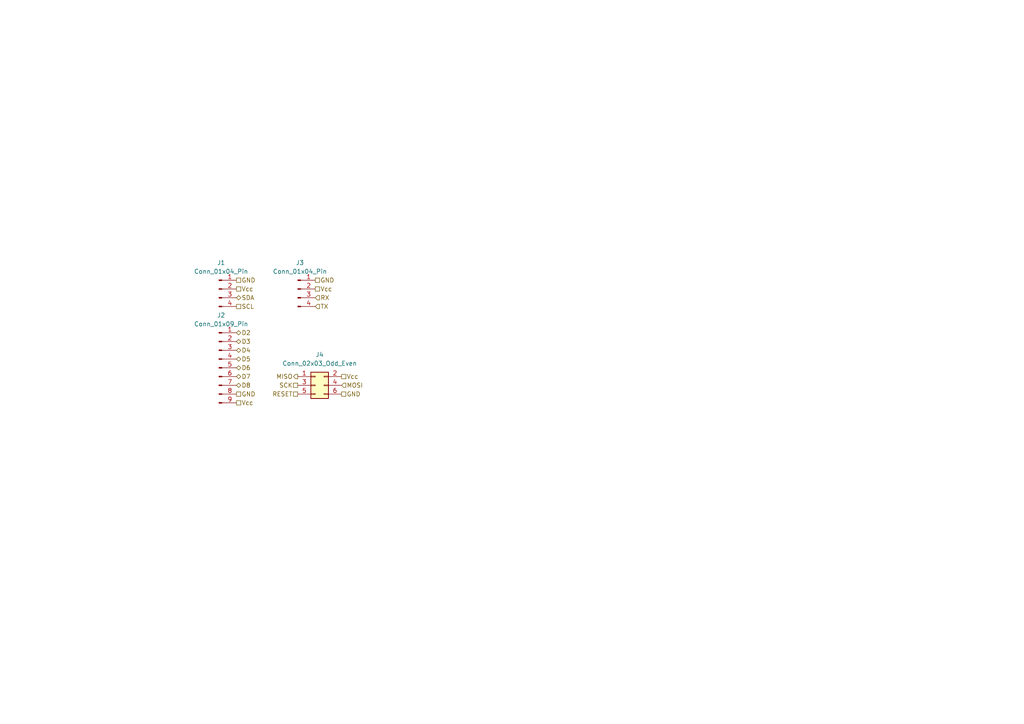
<source format=kicad_sch>
(kicad_sch
	(version 20250114)
	(generator "eeschema")
	(generator_version "9.0")
	(uuid "608cca51-4ed5-40a3-a94a-7822329ae8f3")
	(paper "A4")
	(lib_symbols
		(symbol "Connector:Conn_01x04_Pin"
			(pin_names
				(offset 1.016)
				(hide yes)
			)
			(exclude_from_sim no)
			(in_bom yes)
			(on_board yes)
			(property "Reference" "J"
				(at 0 5.08 0)
				(effects
					(font
						(size 1.27 1.27)
					)
				)
			)
			(property "Value" "Conn_01x04_Pin"
				(at 0 -7.62 0)
				(effects
					(font
						(size 1.27 1.27)
					)
				)
			)
			(property "Footprint" ""
				(at 0 0 0)
				(effects
					(font
						(size 1.27 1.27)
					)
					(hide yes)
				)
			)
			(property "Datasheet" "~"
				(at 0 0 0)
				(effects
					(font
						(size 1.27 1.27)
					)
					(hide yes)
				)
			)
			(property "Description" "Generic connector, single row, 01x04, script generated"
				(at 0 0 0)
				(effects
					(font
						(size 1.27 1.27)
					)
					(hide yes)
				)
			)
			(property "ki_locked" ""
				(at 0 0 0)
				(effects
					(font
						(size 1.27 1.27)
					)
				)
			)
			(property "ki_keywords" "connector"
				(at 0 0 0)
				(effects
					(font
						(size 1.27 1.27)
					)
					(hide yes)
				)
			)
			(property "ki_fp_filters" "Connector*:*_1x??_*"
				(at 0 0 0)
				(effects
					(font
						(size 1.27 1.27)
					)
					(hide yes)
				)
			)
			(symbol "Conn_01x04_Pin_1_1"
				(rectangle
					(start 0.8636 2.667)
					(end 0 2.413)
					(stroke
						(width 0.1524)
						(type default)
					)
					(fill
						(type outline)
					)
				)
				(rectangle
					(start 0.8636 0.127)
					(end 0 -0.127)
					(stroke
						(width 0.1524)
						(type default)
					)
					(fill
						(type outline)
					)
				)
				(rectangle
					(start 0.8636 -2.413)
					(end 0 -2.667)
					(stroke
						(width 0.1524)
						(type default)
					)
					(fill
						(type outline)
					)
				)
				(rectangle
					(start 0.8636 -4.953)
					(end 0 -5.207)
					(stroke
						(width 0.1524)
						(type default)
					)
					(fill
						(type outline)
					)
				)
				(polyline
					(pts
						(xy 1.27 2.54) (xy 0.8636 2.54)
					)
					(stroke
						(width 0.1524)
						(type default)
					)
					(fill
						(type none)
					)
				)
				(polyline
					(pts
						(xy 1.27 0) (xy 0.8636 0)
					)
					(stroke
						(width 0.1524)
						(type default)
					)
					(fill
						(type none)
					)
				)
				(polyline
					(pts
						(xy 1.27 -2.54) (xy 0.8636 -2.54)
					)
					(stroke
						(width 0.1524)
						(type default)
					)
					(fill
						(type none)
					)
				)
				(polyline
					(pts
						(xy 1.27 -5.08) (xy 0.8636 -5.08)
					)
					(stroke
						(width 0.1524)
						(type default)
					)
					(fill
						(type none)
					)
				)
				(pin passive line
					(at 5.08 2.54 180)
					(length 3.81)
					(name "Pin_1"
						(effects
							(font
								(size 1.27 1.27)
							)
						)
					)
					(number "1"
						(effects
							(font
								(size 1.27 1.27)
							)
						)
					)
				)
				(pin passive line
					(at 5.08 0 180)
					(length 3.81)
					(name "Pin_2"
						(effects
							(font
								(size 1.27 1.27)
							)
						)
					)
					(number "2"
						(effects
							(font
								(size 1.27 1.27)
							)
						)
					)
				)
				(pin passive line
					(at 5.08 -2.54 180)
					(length 3.81)
					(name "Pin_3"
						(effects
							(font
								(size 1.27 1.27)
							)
						)
					)
					(number "3"
						(effects
							(font
								(size 1.27 1.27)
							)
						)
					)
				)
				(pin passive line
					(at 5.08 -5.08 180)
					(length 3.81)
					(name "Pin_4"
						(effects
							(font
								(size 1.27 1.27)
							)
						)
					)
					(number "4"
						(effects
							(font
								(size 1.27 1.27)
							)
						)
					)
				)
			)
			(embedded_fonts no)
		)
		(symbol "Connector:Conn_01x09_Pin"
			(pin_names
				(offset 1.016)
				(hide yes)
			)
			(exclude_from_sim no)
			(in_bom yes)
			(on_board yes)
			(property "Reference" "J"
				(at 0 12.7 0)
				(effects
					(font
						(size 1.27 1.27)
					)
				)
			)
			(property "Value" "Conn_01x09_Pin"
				(at 0 -12.7 0)
				(effects
					(font
						(size 1.27 1.27)
					)
				)
			)
			(property "Footprint" ""
				(at 0 0 0)
				(effects
					(font
						(size 1.27 1.27)
					)
					(hide yes)
				)
			)
			(property "Datasheet" "~"
				(at 0 0 0)
				(effects
					(font
						(size 1.27 1.27)
					)
					(hide yes)
				)
			)
			(property "Description" "Generic connector, single row, 01x09, script generated"
				(at 0 0 0)
				(effects
					(font
						(size 1.27 1.27)
					)
					(hide yes)
				)
			)
			(property "ki_locked" ""
				(at 0 0 0)
				(effects
					(font
						(size 1.27 1.27)
					)
				)
			)
			(property "ki_keywords" "connector"
				(at 0 0 0)
				(effects
					(font
						(size 1.27 1.27)
					)
					(hide yes)
				)
			)
			(property "ki_fp_filters" "Connector*:*_1x??_*"
				(at 0 0 0)
				(effects
					(font
						(size 1.27 1.27)
					)
					(hide yes)
				)
			)
			(symbol "Conn_01x09_Pin_1_1"
				(rectangle
					(start 0.8636 10.287)
					(end 0 10.033)
					(stroke
						(width 0.1524)
						(type default)
					)
					(fill
						(type outline)
					)
				)
				(rectangle
					(start 0.8636 7.747)
					(end 0 7.493)
					(stroke
						(width 0.1524)
						(type default)
					)
					(fill
						(type outline)
					)
				)
				(rectangle
					(start 0.8636 5.207)
					(end 0 4.953)
					(stroke
						(width 0.1524)
						(type default)
					)
					(fill
						(type outline)
					)
				)
				(rectangle
					(start 0.8636 2.667)
					(end 0 2.413)
					(stroke
						(width 0.1524)
						(type default)
					)
					(fill
						(type outline)
					)
				)
				(rectangle
					(start 0.8636 0.127)
					(end 0 -0.127)
					(stroke
						(width 0.1524)
						(type default)
					)
					(fill
						(type outline)
					)
				)
				(rectangle
					(start 0.8636 -2.413)
					(end 0 -2.667)
					(stroke
						(width 0.1524)
						(type default)
					)
					(fill
						(type outline)
					)
				)
				(rectangle
					(start 0.8636 -4.953)
					(end 0 -5.207)
					(stroke
						(width 0.1524)
						(type default)
					)
					(fill
						(type outline)
					)
				)
				(rectangle
					(start 0.8636 -7.493)
					(end 0 -7.747)
					(stroke
						(width 0.1524)
						(type default)
					)
					(fill
						(type outline)
					)
				)
				(rectangle
					(start 0.8636 -10.033)
					(end 0 -10.287)
					(stroke
						(width 0.1524)
						(type default)
					)
					(fill
						(type outline)
					)
				)
				(polyline
					(pts
						(xy 1.27 10.16) (xy 0.8636 10.16)
					)
					(stroke
						(width 0.1524)
						(type default)
					)
					(fill
						(type none)
					)
				)
				(polyline
					(pts
						(xy 1.27 7.62) (xy 0.8636 7.62)
					)
					(stroke
						(width 0.1524)
						(type default)
					)
					(fill
						(type none)
					)
				)
				(polyline
					(pts
						(xy 1.27 5.08) (xy 0.8636 5.08)
					)
					(stroke
						(width 0.1524)
						(type default)
					)
					(fill
						(type none)
					)
				)
				(polyline
					(pts
						(xy 1.27 2.54) (xy 0.8636 2.54)
					)
					(stroke
						(width 0.1524)
						(type default)
					)
					(fill
						(type none)
					)
				)
				(polyline
					(pts
						(xy 1.27 0) (xy 0.8636 0)
					)
					(stroke
						(width 0.1524)
						(type default)
					)
					(fill
						(type none)
					)
				)
				(polyline
					(pts
						(xy 1.27 -2.54) (xy 0.8636 -2.54)
					)
					(stroke
						(width 0.1524)
						(type default)
					)
					(fill
						(type none)
					)
				)
				(polyline
					(pts
						(xy 1.27 -5.08) (xy 0.8636 -5.08)
					)
					(stroke
						(width 0.1524)
						(type default)
					)
					(fill
						(type none)
					)
				)
				(polyline
					(pts
						(xy 1.27 -7.62) (xy 0.8636 -7.62)
					)
					(stroke
						(width 0.1524)
						(type default)
					)
					(fill
						(type none)
					)
				)
				(polyline
					(pts
						(xy 1.27 -10.16) (xy 0.8636 -10.16)
					)
					(stroke
						(width 0.1524)
						(type default)
					)
					(fill
						(type none)
					)
				)
				(pin passive line
					(at 5.08 10.16 180)
					(length 3.81)
					(name "Pin_1"
						(effects
							(font
								(size 1.27 1.27)
							)
						)
					)
					(number "1"
						(effects
							(font
								(size 1.27 1.27)
							)
						)
					)
				)
				(pin passive line
					(at 5.08 7.62 180)
					(length 3.81)
					(name "Pin_2"
						(effects
							(font
								(size 1.27 1.27)
							)
						)
					)
					(number "2"
						(effects
							(font
								(size 1.27 1.27)
							)
						)
					)
				)
				(pin passive line
					(at 5.08 5.08 180)
					(length 3.81)
					(name "Pin_3"
						(effects
							(font
								(size 1.27 1.27)
							)
						)
					)
					(number "3"
						(effects
							(font
								(size 1.27 1.27)
							)
						)
					)
				)
				(pin passive line
					(at 5.08 2.54 180)
					(length 3.81)
					(name "Pin_4"
						(effects
							(font
								(size 1.27 1.27)
							)
						)
					)
					(number "4"
						(effects
							(font
								(size 1.27 1.27)
							)
						)
					)
				)
				(pin passive line
					(at 5.08 0 180)
					(length 3.81)
					(name "Pin_5"
						(effects
							(font
								(size 1.27 1.27)
							)
						)
					)
					(number "5"
						(effects
							(font
								(size 1.27 1.27)
							)
						)
					)
				)
				(pin passive line
					(at 5.08 -2.54 180)
					(length 3.81)
					(name "Pin_6"
						(effects
							(font
								(size 1.27 1.27)
							)
						)
					)
					(number "6"
						(effects
							(font
								(size 1.27 1.27)
							)
						)
					)
				)
				(pin passive line
					(at 5.08 -5.08 180)
					(length 3.81)
					(name "Pin_7"
						(effects
							(font
								(size 1.27 1.27)
							)
						)
					)
					(number "7"
						(effects
							(font
								(size 1.27 1.27)
							)
						)
					)
				)
				(pin passive line
					(at 5.08 -7.62 180)
					(length 3.81)
					(name "Pin_8"
						(effects
							(font
								(size 1.27 1.27)
							)
						)
					)
					(number "8"
						(effects
							(font
								(size 1.27 1.27)
							)
						)
					)
				)
				(pin passive line
					(at 5.08 -10.16 180)
					(length 3.81)
					(name "Pin_9"
						(effects
							(font
								(size 1.27 1.27)
							)
						)
					)
					(number "9"
						(effects
							(font
								(size 1.27 1.27)
							)
						)
					)
				)
			)
			(embedded_fonts no)
		)
		(symbol "Connector_Generic:Conn_02x03_Odd_Even"
			(pin_names
				(offset 1.016)
				(hide yes)
			)
			(exclude_from_sim no)
			(in_bom yes)
			(on_board yes)
			(property "Reference" "J"
				(at 1.27 5.08 0)
				(effects
					(font
						(size 1.27 1.27)
					)
				)
			)
			(property "Value" "Conn_02x03_Odd_Even"
				(at 1.27 -5.08 0)
				(effects
					(font
						(size 1.27 1.27)
					)
				)
			)
			(property "Footprint" ""
				(at 0 0 0)
				(effects
					(font
						(size 1.27 1.27)
					)
					(hide yes)
				)
			)
			(property "Datasheet" "~"
				(at 0 0 0)
				(effects
					(font
						(size 1.27 1.27)
					)
					(hide yes)
				)
			)
			(property "Description" "Generic connector, double row, 02x03, odd/even pin numbering scheme (row 1 odd numbers, row 2 even numbers), script generated (kicad-library-utils/schlib/autogen/connector/)"
				(at 0 0 0)
				(effects
					(font
						(size 1.27 1.27)
					)
					(hide yes)
				)
			)
			(property "ki_keywords" "connector"
				(at 0 0 0)
				(effects
					(font
						(size 1.27 1.27)
					)
					(hide yes)
				)
			)
			(property "ki_fp_filters" "Connector*:*_2x??_*"
				(at 0 0 0)
				(effects
					(font
						(size 1.27 1.27)
					)
					(hide yes)
				)
			)
			(symbol "Conn_02x03_Odd_Even_1_1"
				(rectangle
					(start -1.27 3.81)
					(end 3.81 -3.81)
					(stroke
						(width 0.254)
						(type default)
					)
					(fill
						(type background)
					)
				)
				(rectangle
					(start -1.27 2.667)
					(end 0 2.413)
					(stroke
						(width 0.1524)
						(type default)
					)
					(fill
						(type none)
					)
				)
				(rectangle
					(start -1.27 0.127)
					(end 0 -0.127)
					(stroke
						(width 0.1524)
						(type default)
					)
					(fill
						(type none)
					)
				)
				(rectangle
					(start -1.27 -2.413)
					(end 0 -2.667)
					(stroke
						(width 0.1524)
						(type default)
					)
					(fill
						(type none)
					)
				)
				(rectangle
					(start 3.81 2.667)
					(end 2.54 2.413)
					(stroke
						(width 0.1524)
						(type default)
					)
					(fill
						(type none)
					)
				)
				(rectangle
					(start 3.81 0.127)
					(end 2.54 -0.127)
					(stroke
						(width 0.1524)
						(type default)
					)
					(fill
						(type none)
					)
				)
				(rectangle
					(start 3.81 -2.413)
					(end 2.54 -2.667)
					(stroke
						(width 0.1524)
						(type default)
					)
					(fill
						(type none)
					)
				)
				(pin passive line
					(at -5.08 2.54 0)
					(length 3.81)
					(name "Pin_1"
						(effects
							(font
								(size 1.27 1.27)
							)
						)
					)
					(number "1"
						(effects
							(font
								(size 1.27 1.27)
							)
						)
					)
				)
				(pin passive line
					(at -5.08 0 0)
					(length 3.81)
					(name "Pin_3"
						(effects
							(font
								(size 1.27 1.27)
							)
						)
					)
					(number "3"
						(effects
							(font
								(size 1.27 1.27)
							)
						)
					)
				)
				(pin passive line
					(at -5.08 -2.54 0)
					(length 3.81)
					(name "Pin_5"
						(effects
							(font
								(size 1.27 1.27)
							)
						)
					)
					(number "5"
						(effects
							(font
								(size 1.27 1.27)
							)
						)
					)
				)
				(pin passive line
					(at 7.62 2.54 180)
					(length 3.81)
					(name "Pin_2"
						(effects
							(font
								(size 1.27 1.27)
							)
						)
					)
					(number "2"
						(effects
							(font
								(size 1.27 1.27)
							)
						)
					)
				)
				(pin passive line
					(at 7.62 0 180)
					(length 3.81)
					(name "Pin_4"
						(effects
							(font
								(size 1.27 1.27)
							)
						)
					)
					(number "4"
						(effects
							(font
								(size 1.27 1.27)
							)
						)
					)
				)
				(pin passive line
					(at 7.62 -2.54 180)
					(length 3.81)
					(name "Pin_6"
						(effects
							(font
								(size 1.27 1.27)
							)
						)
					)
					(number "6"
						(effects
							(font
								(size 1.27 1.27)
							)
						)
					)
				)
			)
			(embedded_fonts no)
		)
	)
	(hierarchical_label "D5"
		(shape bidirectional)
		(at 68.58 104.14 0)
		(effects
			(font
				(size 1.27 1.27)
			)
			(justify left)
		)
		(uuid "079b4167-3214-406e-bb4a-83a092288fe7")
	)
	(hierarchical_label "Vcc"
		(shape passive)
		(at 99.06 109.22 0)
		(effects
			(font
				(size 1.27 1.27)
			)
			(justify left)
		)
		(uuid "0e5af960-facc-42d8-bf77-5a229b7ad7fc")
	)
	(hierarchical_label "SCL"
		(shape passive)
		(at 68.58 88.9 0)
		(effects
			(font
				(size 1.27 1.27)
			)
			(justify left)
		)
		(uuid "0fe7850e-7e7d-4c3e-a385-1fbf7605290f")
	)
	(hierarchical_label "Vcc"
		(shape passive)
		(at 68.58 116.84 0)
		(effects
			(font
				(size 1.27 1.27)
			)
			(justify left)
		)
		(uuid "1082fd40-381f-4da1-bc15-275641e3b482")
	)
	(hierarchical_label "MOSI"
		(shape input)
		(at 99.06 111.76 0)
		(effects
			(font
				(size 1.27 1.27)
			)
			(justify left)
		)
		(uuid "2403714f-1dbc-44ac-8b22-0d5ad12f97c1")
	)
	(hierarchical_label "MISO"
		(shape output)
		(at 86.36 109.22 180)
		(effects
			(font
				(size 1.27 1.27)
			)
			(justify right)
		)
		(uuid "2d8a5a1c-0c9d-408f-93c0-1b80a3c7fc82")
	)
	(hierarchical_label "D6"
		(shape bidirectional)
		(at 68.58 106.68 0)
		(effects
			(font
				(size 1.27 1.27)
			)
			(justify left)
		)
		(uuid "3579e63f-c86a-4d14-8ef0-91d0b820b6ef")
	)
	(hierarchical_label "D8"
		(shape bidirectional)
		(at 68.58 111.76 0)
		(effects
			(font
				(size 1.27 1.27)
			)
			(justify left)
		)
		(uuid "36058dcb-51fc-440c-877a-e2a8897e3af5")
	)
	(hierarchical_label "SDA"
		(shape bidirectional)
		(at 68.58 86.36 0)
		(effects
			(font
				(size 1.27 1.27)
			)
			(justify left)
		)
		(uuid "4aa5449e-5c72-4cf3-8503-0a5d6686299d")
	)
	(hierarchical_label "D3"
		(shape bidirectional)
		(at 68.58 99.06 0)
		(effects
			(font
				(size 1.27 1.27)
			)
			(justify left)
		)
		(uuid "4aaaa7e5-78c3-4423-9b16-24b6d7e0e0ba")
	)
	(hierarchical_label "Vcc"
		(shape passive)
		(at 91.44 83.82 0)
		(effects
			(font
				(size 1.27 1.27)
			)
			(justify left)
		)
		(uuid "5b2b64cd-da72-4840-b91c-73177a9edbb1")
	)
	(hierarchical_label "RESET"
		(shape passive)
		(at 86.36 114.3 180)
		(effects
			(font
				(size 1.27 1.27)
			)
			(justify right)
		)
		(uuid "65d03772-38d2-4ffd-8342-c1602e0d5f8d")
	)
	(hierarchical_label "RX"
		(shape input)
		(at 91.44 86.36 0)
		(effects
			(font
				(size 1.27 1.27)
			)
			(justify left)
		)
		(uuid "7b5fdbc2-56b0-4960-a8e9-b50ca7b67216")
	)
	(hierarchical_label "D4"
		(shape bidirectional)
		(at 68.58 101.6 0)
		(effects
			(font
				(size 1.27 1.27)
			)
			(justify left)
		)
		(uuid "ab490e2c-e01b-44a8-b3ef-db15fae91137")
	)
	(hierarchical_label "Vcc"
		(shape passive)
		(at 68.58 83.82 0)
		(effects
			(font
				(size 1.27 1.27)
			)
			(justify left)
		)
		(uuid "b11c28eb-3296-43b6-b43c-701945ab7e8d")
	)
	(hierarchical_label "D7"
		(shape bidirectional)
		(at 68.58 109.22 0)
		(effects
			(font
				(size 1.27 1.27)
			)
			(justify left)
		)
		(uuid "b4e1666b-6f73-4745-8415-0ba3152bdc9c")
	)
	(hierarchical_label "SCK"
		(shape passive)
		(at 86.36 111.76 180)
		(effects
			(font
				(size 1.27 1.27)
			)
			(justify right)
		)
		(uuid "b8b1145a-7188-4bf8-aeb3-a0f004ef9b4f")
	)
	(hierarchical_label "GND"
		(shape passive)
		(at 99.06 114.3 0)
		(effects
			(font
				(size 1.27 1.27)
			)
			(justify left)
		)
		(uuid "d1dd4d77-85d5-454e-a63d-bb5a48bcfcb8")
	)
	(hierarchical_label "GND"
		(shape passive)
		(at 68.58 114.3 0)
		(effects
			(font
				(size 1.27 1.27)
			)
			(justify left)
		)
		(uuid "d539327b-061a-466c-9f16-b45b62e8bb36")
	)
	(hierarchical_label "GND"
		(shape passive)
		(at 91.44 81.28 0)
		(effects
			(font
				(size 1.27 1.27)
			)
			(justify left)
		)
		(uuid "dafa0b33-2841-46ec-9b62-84308b0ba41a")
	)
	(hierarchical_label "GND"
		(shape passive)
		(at 68.58 81.28 0)
		(effects
			(font
				(size 1.27 1.27)
			)
			(justify left)
		)
		(uuid "ea32a281-093c-42b7-bdcf-44333a4a5c83")
	)
	(hierarchical_label "TX"
		(shape input)
		(at 91.44 88.9 0)
		(effects
			(font
				(size 1.27 1.27)
			)
			(justify left)
		)
		(uuid "f45a4953-b7b4-4057-8f39-d4e09b9bcbbe")
	)
	(hierarchical_label "D2"
		(shape bidirectional)
		(at 68.58 96.52 0)
		(effects
			(font
				(size 1.27 1.27)
			)
			(justify left)
		)
		(uuid "f5fecc8b-dec8-4f09-b8d5-a91bdf727fae")
	)
	(symbol
		(lib_id "Connector:Conn_01x04_Pin")
		(at 86.36 83.82 0)
		(unit 1)
		(exclude_from_sim no)
		(in_bom yes)
		(on_board yes)
		(dnp no)
		(fields_autoplaced yes)
		(uuid "0d3e3079-2364-40c6-9330-55f1d04015ad")
		(property "Reference" "J3"
			(at 86.995 76.2 0)
			(effects
				(font
					(size 1.27 1.27)
				)
			)
		)
		(property "Value" "Conn_01x04_Pin"
			(at 86.995 78.74 0)
			(effects
				(font
					(size 1.27 1.27)
				)
			)
		)
		(property "Footprint" "Connector_PinHeader_2.54mm:PinHeader_1x04_P2.54mm_Vertical"
			(at 86.36 83.82 0)
			(effects
				(font
					(size 1.27 1.27)
				)
				(hide yes)
			)
		)
		(property "Datasheet" "~"
			(at 86.36 83.82 0)
			(effects
				(font
					(size 1.27 1.27)
				)
				(hide yes)
			)
		)
		(property "Description" "Generic connector, single row, 01x04, script generated"
			(at 86.36 83.82 0)
			(effects
				(font
					(size 1.27 1.27)
				)
				(hide yes)
			)
		)
		(pin "1"
			(uuid "ccfc20b3-caf2-4a3a-bf35-aa99a774b0b9")
		)
		(pin "2"
			(uuid "701718c8-303b-44db-be98-f98e1b921c6b")
		)
		(pin "4"
			(uuid "e518559c-849f-429f-baa4-1ea32d932a2b")
		)
		(pin "3"
			(uuid "4a0a4501-257b-407d-b3f3-a7bcbfa58b55")
		)
		(instances
			(project ""
				(path "/ca2daaa7-7699-4a86-83da-c787b080c410/c7f3d804-f016-4ad4-9c0d-3b49a5384103"
					(reference "J3")
					(unit 1)
				)
			)
		)
	)
	(symbol
		(lib_id "Connector:Conn_01x09_Pin")
		(at 63.5 106.68 0)
		(unit 1)
		(exclude_from_sim no)
		(in_bom yes)
		(on_board yes)
		(dnp no)
		(fields_autoplaced yes)
		(uuid "0dba29c9-8406-4ae5-8455-eac40e87b320")
		(property "Reference" "J2"
			(at 64.135 91.44 0)
			(effects
				(font
					(size 1.27 1.27)
				)
			)
		)
		(property "Value" "Conn_01x09_Pin"
			(at 64.135 93.98 0)
			(effects
				(font
					(size 1.27 1.27)
				)
			)
		)
		(property "Footprint" "Connector_PinHeader_2.54mm:PinHeader_1x09_P2.54mm_Vertical"
			(at 63.5 106.68 0)
			(effects
				(font
					(size 1.27 1.27)
				)
				(hide yes)
			)
		)
		(property "Datasheet" "~"
			(at 63.5 106.68 0)
			(effects
				(font
					(size 1.27 1.27)
				)
				(hide yes)
			)
		)
		(property "Description" "Generic connector, single row, 01x09, script generated"
			(at 63.5 106.68 0)
			(effects
				(font
					(size 1.27 1.27)
				)
				(hide yes)
			)
		)
		(pin "7"
			(uuid "8254f0d5-a3f7-4b09-ae2a-dfc9f109cae9")
		)
		(pin "4"
			(uuid "0c6550f0-289a-4580-bf6b-c8efa35bb655")
		)
		(pin "5"
			(uuid "50cf8221-e6fc-41d9-b62c-f210c0ec770e")
		)
		(pin "1"
			(uuid "c631654c-a3ba-4ef2-b223-714c4a56a512")
		)
		(pin "2"
			(uuid "9b2cc447-ed35-48e9-a8fd-c502bd29cbc8")
		)
		(pin "3"
			(uuid "9bc60cb1-65bd-46f2-b771-f39d9ef1067e")
		)
		(pin "6"
			(uuid "e90236ce-d8eb-4b89-8000-45c035d4e727")
		)
		(pin "8"
			(uuid "f340b21a-5cdb-4709-9497-4451644821de")
		)
		(pin "9"
			(uuid "90f629c5-a46f-4ea8-9b57-6b730cc62ccc")
		)
		(instances
			(project ""
				(path "/ca2daaa7-7699-4a86-83da-c787b080c410/c7f3d804-f016-4ad4-9c0d-3b49a5384103"
					(reference "J2")
					(unit 1)
				)
			)
		)
	)
	(symbol
		(lib_id "Connector_Generic:Conn_02x03_Odd_Even")
		(at 91.44 111.76 0)
		(unit 1)
		(exclude_from_sim no)
		(in_bom yes)
		(on_board yes)
		(dnp no)
		(fields_autoplaced yes)
		(uuid "164f01a1-2388-42b2-9d3c-6eae7f68f2c2")
		(property "Reference" "J4"
			(at 92.71 102.87 0)
			(effects
				(font
					(size 1.27 1.27)
				)
			)
		)
		(property "Value" "Conn_02x03_Odd_Even"
			(at 92.71 105.41 0)
			(effects
				(font
					(size 1.27 1.27)
				)
			)
		)
		(property "Footprint" "Connector_PinHeader_2.54mm:PinHeader_2x03_P2.54mm_Vertical"
			(at 91.44 111.76 0)
			(effects
				(font
					(size 1.27 1.27)
				)
				(hide yes)
			)
		)
		(property "Datasheet" "~"
			(at 91.44 111.76 0)
			(effects
				(font
					(size 1.27 1.27)
				)
				(hide yes)
			)
		)
		(property "Description" "Generic connector, double row, 02x03, odd/even pin numbering scheme (row 1 odd numbers, row 2 even numbers), script generated (kicad-library-utils/schlib/autogen/connector/)"
			(at 91.44 111.76 0)
			(effects
				(font
					(size 1.27 1.27)
				)
				(hide yes)
			)
		)
		(pin "6"
			(uuid "670cf4e7-538f-4ccd-939b-29b02dc1fbeb")
		)
		(pin "1"
			(uuid "bdb9be31-47c8-46ec-8e49-21f2fee96d32")
		)
		(pin "5"
			(uuid "902a7eb9-2d6b-4965-affc-4ca9b8c871b5")
		)
		(pin "2"
			(uuid "b6bfa128-d764-4137-a8a8-a529195f6bde")
		)
		(pin "3"
			(uuid "fed1d45c-e8bc-4fbf-8875-caffa56869f0")
		)
		(pin "4"
			(uuid "e1d9bd30-2b7d-4635-be97-9aa094fd62a8")
		)
		(instances
			(project ""
				(path "/ca2daaa7-7699-4a86-83da-c787b080c410/c7f3d804-f016-4ad4-9c0d-3b49a5384103"
					(reference "J4")
					(unit 1)
				)
			)
		)
	)
	(symbol
		(lib_id "Connector:Conn_01x04_Pin")
		(at 63.5 83.82 0)
		(unit 1)
		(exclude_from_sim no)
		(in_bom yes)
		(on_board yes)
		(dnp no)
		(fields_autoplaced yes)
		(uuid "86d1a813-57fb-44a1-9595-bc83d2b855af")
		(property "Reference" "J1"
			(at 64.135 76.2 0)
			(effects
				(font
					(size 1.27 1.27)
				)
			)
		)
		(property "Value" "Conn_01x04_Pin"
			(at 64.135 78.74 0)
			(effects
				(font
					(size 1.27 1.27)
				)
			)
		)
		(property "Footprint" "Connector_PinHeader_2.54mm:PinHeader_1x04_P2.54mm_Vertical"
			(at 63.5 83.82 0)
			(effects
				(font
					(size 1.27 1.27)
				)
				(hide yes)
			)
		)
		(property "Datasheet" "~"
			(at 63.5 83.82 0)
			(effects
				(font
					(size 1.27 1.27)
				)
				(hide yes)
			)
		)
		(property "Description" "Generic connector, single row, 01x04, script generated"
			(at 63.5 83.82 0)
			(effects
				(font
					(size 1.27 1.27)
				)
				(hide yes)
			)
		)
		(pin "1"
			(uuid "ccfc20b3-caf2-4a3a-bf35-aa99a774b0b9")
		)
		(pin "2"
			(uuid "701718c8-303b-44db-be98-f98e1b921c6b")
		)
		(pin "4"
			(uuid "e518559c-849f-429f-baa4-1ea32d932a2b")
		)
		(pin "3"
			(uuid "4a0a4501-257b-407d-b3f3-a7bcbfa58b55")
		)
		(instances
			(project ""
				(path "/ca2daaa7-7699-4a86-83da-c787b080c410/c7f3d804-f016-4ad4-9c0d-3b49a5384103"
					(reference "J1")
					(unit 1)
				)
			)
		)
	)
)

</source>
